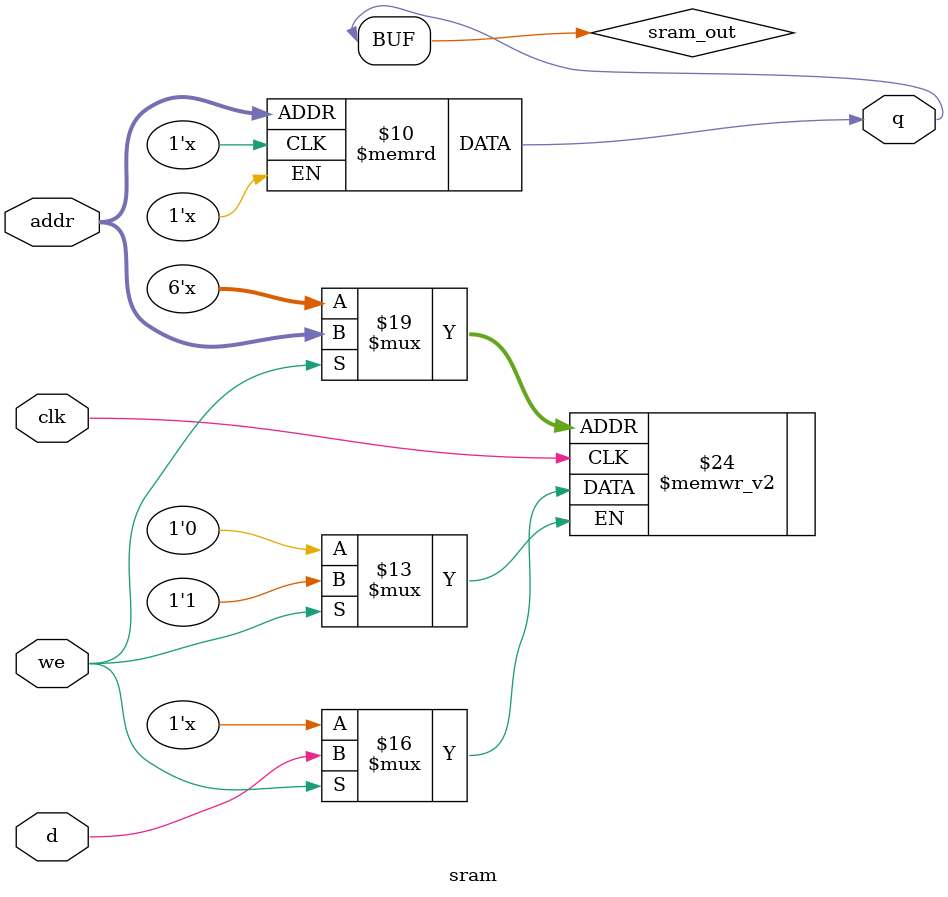
<source format=v>
/****************************************************************************
 * flop_e.v
 ****************************************************************************/

/**
 * Module: flop_e
 * 
 * TODO: Add module documentation
 */
module sram#(
	parameter RAM_WIDTH	=1,
	parameter RAM_DEPTH =6,
	parameter ADDR_WIDTH = 64
	)
	(
	input clk,
	input we,
	input [RAM_DEPTH-1:0] addr,
	input [RAM_WIDTH-1:0] d,
	output[RAM_WIDTH-1:0] q
	);

reg [RAM_WIDTH-1:0] sram [ADDR_WIDTH-1:0];
reg [RAM_WIDTH-1:0] sram_out = {RAM_WIDTH{1'b0}};		
		
		
		
always @(posedge clk)begin
	begin
		if(we)
			sram[addr] <= d;
	end
end


always@(*)begin
	sram_out	=	sram[addr];
end


assign	q = sram_out;



endmodule

</source>
